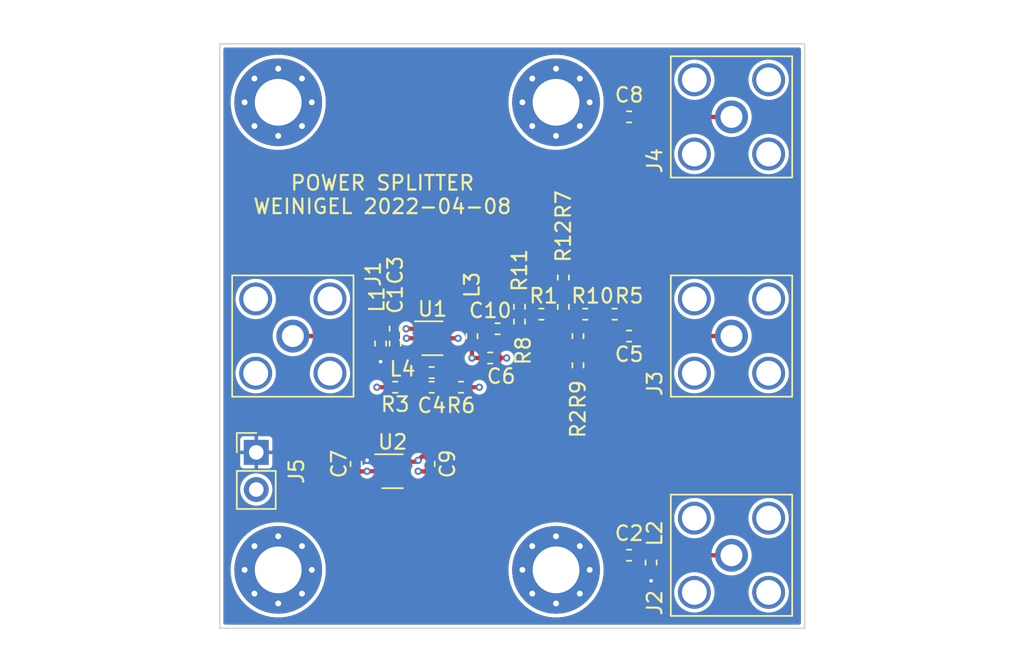
<source format=kicad_pcb>
(kicad_pcb (version 20211014) (generator pcbnew)
  (layers (0 "F.Cu" signal) (1 "In1.Cu" signal) (2 "In2.Cu" signal) (31 "B.Cu" signal) (34 "B.Paste" user) (35 "F.Paste" user) (36 "B.SilkS" user "B.Silkscreen") (37 "F.SilkS" user "F.Silkscreen") (38 "B.Mask" user) (39 "F.Mask" user) (44 "Edge.Cuts" user))
  (net 0 "")
  (net 1 "Net-(C1-Pad2)")
  (net 2 "Net-(C2-Pad1)")
  (net 3 "Net-(C2-Pad2)")
  (net 4 "Net-(C3-Pad1)")
  (net 5 "Net-(C5-Pad1)")
  (net 6 "Net-(C5-Pad2)")
  (net 7 "GND")
  (net 8 "VCC")
  (net 9 "Net-(C8-Pad1)")
  (net 10 "Net-(C8-Pad2)")
  (net 11 "Net-(C4-Pad2)")
  (net 12 "Net-(C1-Pad1)")
  (net 13 "Net-(C4-Pad1)")
  (net 14 "+3V0")
  (net 16 "Net-(C10-Pad1)")
  (net 17 "Net-(C10-Pad2)")
  (net 18 "Net-(R2-Pad1)")
  (net 19 "Net-(R1-Pad1)")
  (net 20 "Net-(R1-Pad2)")
  (net 21 "Net-(R10-Pad2)")
  (net 22 "Net-(R12-Pad2)")
  (footprint "Resistor_SMD:R_0402_1005Metric" (layer "F.Cu") (at 114.5 72.5)
    (fp_text reference "L4" (at -2 -0.25) (layer "F.SilkS"))
    (fp_text value "180nH" hide)
    (fp_line (start -0.153641 -0.38) (end 0.153641 -0.38) (layer "F.SilkS") (width 0.12))
    (fp_line (start -0.153641 0.38) (end 0.153641 0.38) (layer "F.SilkS") (width 0.12))
    (pad "1" smd roundrect (at -0.51 0) (size 0.54 0.64) (layers "F.Cu" "F.Paste" "F.Mask") (net 12 "Net-(C1-Pad1)"))
    (pad "2" smd roundrect (at 0.51 0) (size 0.54 0.64) (layers "F.Cu" "F.Paste" "F.Mask") (net 11 "Net-(C4-Pad2)"))
  )
  (footprint "Resistor_SMD:R_0402_1005Metric" (layer "F.Cu") (at 123.5 65.99 90)
    (fp_text reference "R7" (at 4.99 0 90) (layer "F.SilkS"))
    (fp_text value "15" hide)
    (fp_line (start -0.153641 0.38) (end 0.153641 0.38) (layer "F.SilkS") (width 0.12))
    (fp_line (start -0.153641 -0.38) (end 0.153641 -0.38) (layer "F.SilkS") (width 0.12))
    (pad "1" smd roundrect (at -0.51 0 90) (size 0.54 0.64) (layers "F.Cu" "F.Paste" "F.Mask") (net 22 "Net-(R12-Pad2)"))
    (pad "2" smd roundrect (at 0.51 0 90) (size 0.54 0.64) (layers "F.Cu" "F.Paste" "F.Mask") (net 10 "Net-(C8-Pad2)"))
  )
  (footprint "0_wingel:PLATED_HOLE_6MM_3.2MM" (layer "F.Cu") (at 123 86)
    (fp_text reference "H4" hide)
    (fp_text value "MountingHole_Pad" hide)
    (pad "1" thru_hole circle (at 1.626 -1.626) (size 0.8 0.8) (drill 0.4) (layers *.Cu *.Mask) (net 7 "GND"))
    (pad "1" thru_hole circle (at 2.3 0) (size 0.8 0.8) (drill 0.4) (layers *.Cu *.Mask) (net 7 "GND"))
    (pad "1" thru_hole circle (at -2.3 0) (size 0.8 0.8) (drill 0.4) (layers *.Cu *.Mask) (net 7 "GND"))
    (pad "1" thru_hole circle (at 1.626 1.626) (size 0.8 0.8) (drill 0.4) (layers *.Cu *.Mask) (net 7 "GND"))
    (pad "1" thru_hole circle (at 0 -2.3) (size 0.8 0.8) (drill 0.4) (layers *.Cu *.Mask) (net 7 "GND"))
    (pad "1" thru_hole circle (at -1.626 1.626) (size 0.8 0.8) (drill 0.4) (layers *.Cu *.Mask) (net 7 "GND"))
    (pad "1" thru_hole circle (at -1.626 -1.626) (size 0.8 0.8) (drill 0.4) (layers *.Cu *.Mask) (net 7 "GND"))
    (pad "1" thru_hole circle (at 0 0) (size 6 6) (drill 3.2) (layers *.Cu *.Mask) (net 7 "GND"))
    (pad "1" thru_hole circle (at 0 2.3) (size 0.8 0.8) (drill 0.4) (layers *.Cu *.Mask) (net 7 "GND"))
  )
  (footprint "Resistor_SMD:R_0402_1005Metric" (layer "F.Cu") (at 125 68.5)
    (fp_text reference "R10" (at 0.5 -1.25) (layer "F.SilkS"))
    (fp_text value "10")
    (fp_line (start -0.153641 -0.38) (end 0.153641 -0.38) (layer "F.SilkS") (width 0.12))
    (fp_line (start -0.153641 0.38) (end 0.153641 0.38) (layer "F.SilkS") (width 0.12))
    (pad "1" smd roundrect (at -0.51 0) (size 0.54 0.64) (layers "F.Cu" "F.Paste" "F.Mask") (net 20 "Net-(R1-Pad2)"))
    (pad "2" smd roundrect (at 0.51 0) (size 0.54 0.64) (layers "F.Cu" "F.Paste" "F.Mask") (net 21 "Net-(R10-Pad2)"))
  )
  (footprint "Resistor_SMD:R_0402_1005Metric" (layer "F.Cu") (at 122 68.5)
    (fp_text reference "R1" (at 0.153641 -1.25) (layer "F.SilkS"))
    (fp_text value "10" hide)
    (fp_line (start -0.153641 0.38) (end 0.153641 0.38) (layer "F.SilkS") (width 0.12))
    (fp_line (start -0.153641 -0.38) (end 0.153641 -0.38) (layer "F.SilkS") (width 0.12))
    (pad "1" smd roundrect (at -0.51 0) (size 0.54 0.64) (layers "F.Cu" "F.Paste" "F.Mask") (net 19 "Net-(R1-Pad1)"))
    (pad "2" smd roundrect (at 0.51 0) (size 0.54 0.64) (layers "F.Cu" "F.Paste" "F.Mask") (net 20 "Net-(R1-Pad2)"))
  )
  (footprint "Resistor_SMD:R_0402_1005Metric" (layer "F.Cu") (at 111 70.51 90)
    (fp_text reference "L1" (at 3.01 -0.25 90) (layer "F.SilkS"))
    (fp_text value "180nH" hide)
    (fp_line (start -0.153641 0.38) (end 0.153641 0.38) (layer "F.SilkS") (width 0.12))
    (fp_line (start -0.153641 -0.38) (end 0.153641 -0.38) (layer "F.SilkS") (width 0.12))
    (pad "1" smd roundrect (at -0.51 0 90) (size 0.54 0.64) (layers "F.Cu" "F.Paste" "F.Mask") (net 8 "VCC"))
    (pad "2" smd roundrect (at 0.51 0 90) (size 0.54 0.64) (layers "F.Cu" "F.Paste" "F.Mask") (net 1 "Net-(C1-Pad2)"))
  )
  (footprint "0_wingel:PLATED_HOLE_6MM_3.2MM" (layer "F.Cu") (at 104 86)
    (fp_text reference "H2" hide)
    (fp_text value "MountingHole_Pad" hide)
    (pad "1" thru_hole circle (at -1.626 1.626) (size 0.8 0.8) (drill 0.4) (layers *.Cu *.Mask) (net 7 "GND"))
    (pad "1" thru_hole circle (at -2.3 0) (size 0.8 0.8) (drill 0.4) (layers *.Cu *.Mask) (net 7 "GND"))
    (pad "1" thru_hole circle (at -1.626 -1.626) (size 0.8 0.8) (drill 0.4) (layers *.Cu *.Mask) (net 7 "GND"))
    (pad "1" thru_hole circle (at 0 2.3) (size 0.8 0.8) (drill 0.4) (layers *.Cu *.Mask) (net 7 "GND"))
    (pad "1" thru_hole circle (at 1.626 1.626) (size 0.8 0.8) (drill 0.4) (layers *.Cu *.Mask) (net 7 "GND"))
    (pad "1" thru_hole circle (at 0 -2.3) (size 0.8 0.8) (drill 0.4) (layers *.Cu *.Mask) (net 7 "GND"))
    (pad "1" thru_hole circle (at 2.3 0) (size 0.8 0.8) (drill 0.4) (layers *.Cu *.Mask) (net 7 "GND"))
    (pad "1" thru_hole circle (at 0 0) (size 6 6) (drill 3.2) (layers *.Cu *.Mask) (net 7 "GND"))
    (pad "1" thru_hole circle (at 1.626 -1.626) (size 0.8 0.8) (drill 0.4) (layers *.Cu *.Mask) (net 7 "GND"))
  )
  (footprint "Resistor_SMD:R_0402_1005Metric" (layer "F.Cu") (at 124.5 70 -90)
    (fp_text reference "R9" (at 4 0 90) (layer "F.SilkS"))
    (fp_text value "10")
    (fp_line (start -0.153641 0.38) (end 0.153641 0.38) (layer "F.SilkS") (width 0.12))
    (fp_line (start -0.153641 -0.38) (end 0.153641 -0.38) (layer "F.SilkS") (width 0.12))
    (pad "1" smd roundrect (at -0.51 0 270) (size 0.54 0.64) (layers "F.Cu" "F.Paste" "F.Mask") (net 20 "Net-(R1-Pad2)"))
    (pad "2" smd roundrect (at 0.51 0 270) (size 0.54 0.64) (layers "F.Cu" "F.Paste" "F.Mask") (net 18 "Net-(R2-Pad1)"))
  )
  (footprint "Resistor_SMD:R_0402_1005Metric" (layer "F.Cu") (at 128 55 180)
    (fp_text reference "C8" (at 0 1.5) (layer "F.SilkS"))
    (fp_text value "100p" hide)
    (fp_line (start -0.153641 -0.38) (end 0.153641 -0.38) (layer "F.SilkS") (width 0.12))
    (fp_line (start -0.153641 0.38) (end 0.153641 0.38) (layer "F.SilkS") (width 0.12))
    (pad "1" smd roundrect (at -0.51 0 180) (size 0.54 0.64) (layers "F.Cu" "F.Paste" "F.Mask") (net 9 "Net-(C8-Pad1)"))
    (pad "2" smd roundrect (at 0.51 0 180) (size 0.54 0.64) (layers "F.Cu" "F.Paste" "F.Mask") (net 10 "Net-(C8-Pad2)"))
  )
  (footprint "Resistor_SMD:R_0402_1005Metric" (layer "F.Cu") (at 128 70 180)
    (fp_text reference "C5" (at 0 -1.25) (layer "F.SilkS"))
    (fp_text value "100p" hide)
    (fp_line (start -0.153641 0.38) (end 0.153641 0.38) (layer "F.SilkS") (width 0.12))
    (fp_line (start -0.153641 -0.38) (end 0.153641 -0.38) (layer "F.SilkS") (width 0.12))
    (pad "1" smd roundrect (at -0.51 0 180) (size 0.54 0.64) (layers "F.Cu" "F.Paste" "F.Mask") (net 5 "Net-(C5-Pad1)"))
    (pad "2" smd roundrect (at 0.51 0 180) (size 0.54 0.64) (layers "F.Cu" "F.Paste" "F.Mask") (net 6 "Net-(C5-Pad2)"))
  )
  (footprint "Connector_Coaxial:SMA_Amphenol_132203-12_Horizontal" (layer "F.Cu") (at 105 70 90)
    (fp_text reference "J1" (at 4.25 5.5 90) (layer "F.SilkS"))
    (fp_text value "Conn_Coaxial" hide)
    (fp_line (start -4.15 4.15) (end 4.15 4.15) (layer "F.SilkS") (width 0.12))
    (fp_line (start -4.15 -4.15) (end 4.15 -4.15) (layer "F.SilkS") (width 0.12))
    (fp_line (start 4.15 -4.15) (end 4.15 4.15) (layer "F.SilkS") (width 0.12))
    (fp_line (start -4.15 -4.15) (end -4.15 4.15) (layer "F.SilkS") (width 0.12))
    (pad "1" thru_hole circle (at 0 0 90) (size 2.25 2.25) (drill 1.5) (layers *.Cu *.Mask) (net 1 "Net-(C1-Pad2)"))
    (pad "2" thru_hole circle (at 2.54 -2.54 90) (size 2.25 2.25) (drill 1.7) (layers *.Cu *.Mask) (net 7 "GND"))
    (pad "2" thru_hole circle (at 2.54 2.54 180) (size 2.25 2.25) (drill 1.7) (layers *.Cu *.Mask) (net 7 "GND"))
    (pad "2" thru_hole circle (at -2.54 -2.54 90) (size 2.25 2.25) (drill 1.7) (layers *.Cu *.Mask) (net 7 "GND"))
    (pad "2" thru_hole circle (at -2.54 2.54 90) (size 2.25 2.25) (drill 1.7) (layers *.Cu *.Mask) (net 7 "GND"))
  )
  (footprint "Resistor_SMD:R_0402_1005Metric" (layer "F.Cu") (at 119 69.5 180)
    (fp_text reference "C10" (at 0.5 1.25) (layer "F.SilkS"))
    (fp_text value "100p" hide)
    (fp_line (start -0.153641 -0.38) (end 0.153641 -0.38) (layer "F.SilkS") (width 0.12))
    (fp_line (start -0.153641 0.38) (end 0.153641 0.38) (layer "F.SilkS") (width 0.12))
    (pad "1" smd roundrect (at -0.51 0 180) (size 0.54 0.64) (layers "F.Cu" "F.Paste" "F.Mask") (net 16 "Net-(C10-Pad1)"))
    (pad "2" smd roundrect (at 0.51 0 180) (size 0.54 0.64) (layers "F.Cu" "F.Paste" "F.Mask") (net 17 "Net-(C10-Pad2)"))
  )
  (footprint "Resistor_SMD:R_0402_1005Metric" (layer "F.Cu") (at 128 85 180)
    (fp_text reference "C2" (at 0 1.5) (layer "F.SilkS"))
    (fp_text value "100p" hide)
    (fp_line (start -0.153641 0.38) (end 0.153641 0.38) (layer "F.SilkS") (width 0.12))
    (fp_line (start -0.153641 -0.38) (end 0.153641 -0.38) (layer "F.SilkS") (width 0.12))
    (pad "1" smd roundrect (at -0.51 0 180) (size 0.54 0.64) (layers "F.Cu" "F.Paste" "F.Mask") (net 2 "Net-(C2-Pad1)"))
    (pad "2" smd roundrect (at 0.51 0 180) (size 0.54 0.64) (layers "F.Cu" "F.Paste" "F.Mask") (net 3 "Net-(C2-Pad2)"))
  )
  (footprint "Connector_PinHeader_2.54mm:PinHeader_1x02_P2.54mm_Vertical" (layer "F.Cu") (at 102.5 77.96)
    (fp_text reference "J5" (at 2.75 1.29 90) (layer "F.SilkS"))
    (fp_text value "Conn_01x02")
    (fp_line (start -1.33 -1.33) (end 0 -1.33) (layer "F.SilkS") (width 0.12))
    (fp_line (start 1.33 1.27) (end 1.33 3.87) (layer "F.SilkS") (width 0.12))
    (fp_line (start -1.33 0) (end -1.33 -1.33) (layer "F.SilkS") (width 0.12))
    (fp_line (start -1.33 1.27) (end 1.33 1.27) (layer "F.SilkS") (width 0.12))
    (fp_line (start -1.33 3.87) (end 1.33 3.87) (layer "F.SilkS") (width 0.12))
    (fp_line (start -1.33 1.27) (end -1.33 3.87) (layer "F.SilkS") (width 0.12))
    (pad "1" thru_hole rect (at 0 0) (size 1.7 1.7) (drill 1) (layers *.Cu *.Mask) (net 8 "VCC"))
    (pad "2" thru_hole oval (at 0 2.54) (size 1.7 1.7) (drill 1) (layers *.Cu *.Mask) (net 7 "GND"))
  )
  (footprint "Connector_Coaxial:SMA_Amphenol_132203-12_Horizontal" (layer "F.Cu") (at 135 55 -90)
    (fp_text reference "J4" (at 3 5.25 90) (layer "F.SilkS"))
    (fp_text value "Conn_Coaxial" hide)
    (fp_line (start -4.15 -4.15) (end -4.15 4.15) (layer "F.SilkS") (width 0.12))
    (fp_line (start -4.15 4.15) (end 4.15 4.15) (layer "F.SilkS") (width 0.12))
    (fp_line (start 4.15 -4.15) (end 4.15 4.15) (layer "F.SilkS") (width 0.12))
    (fp_line (start -4.15 -4.15) (end 4.15 -4.15) (layer "F.SilkS") (width 0.12))
    (pad "1" thru_hole circle (at 0 0 270) (size 2.25 2.25) (drill 1.5) (layers *.Cu *.Mask) (net 9 "Net-(C8-Pad1)"))
    (pad "2" thru_hole circle (at 2.54 2.54) (size 2.25 2.25) (drill 1.7) (layers *.Cu *.Mask) (net 7 "GND"))
    (pad "2" thru_hole circle (at -2.54 -2.54 270) (size 2.25 2.25) (drill 1.7) (layers *.Cu *.Mask) (net 7 "GND"))
    (pad "2" thru_hole circle (at 2.54 -2.54 270) (size 2.25 2.25) (drill 1.7) (layers *.Cu *.Mask) (net 7 "GND"))
    (pad "2" thru_hole circle (at -2.54 2.54 270) (size 2.25 2.25) (drill 1.7) (layers *.Cu *.Mask) (net 7 "GND"))
  )
  (footprint "Package_TO_SOT_SMD:SOT-363_SC-70-6" (layer "F.Cu") (at 114.55 70.15)
    (fp_text reference "U1" (at 0 -2) (layer "F.SilkS"))
    (fp_text value "PSA5451+/PSA5453+" hide)
    (fp_line (start -0.7 1.16) (end 0.7 1.16) (layer "F.SilkS") (width 0.12))
    (fp_line (start 0.7 -1.16) (end -1.2 -1.16) (layer "F.SilkS") (width 0.12))
    (pad "1" smd rect (at -0.95 -0.65) (size 0.65 0.4) (layers "F.Cu" "F.Paste" "F.Mask") (net 7 "GND"))
    (pad "2" smd rect (at -0.95 0) (size 0.65 0.4) (layers "F.Cu" "F.Paste" "F.Mask") (net 7 "GND"))
    (pad "3" smd rect (at -0.95 0.65) (size 0.65 0.4) (layers "F.Cu" "F.Paste" "F.Mask") (net 12 "Net-(C1-Pad1)"))
    (pad "4" smd rect (at 0.95 0.65) (size 0.65 0.4) (layers "F.Cu" "F.Paste" "F.Mask") (net 11 "Net-(C4-Pad2)"))
    (pad "5" smd rect (at 0.95 0) (size 0.65 0.4) (layers "F.Cu" "F.Paste" "F.Mask") (net 7 "GND"))
    (pad "6" smd rect (at 0.95 -0.65) (size 0.65 0.4) (layers "F.Cu" "F.Paste" "F.Mask") (net 17 "Net-(C10-Pad2)"))
  )
  (footprint "Resistor_SMD:R_0402_1005Metric" (layer "F.Cu") (at 112 69.49 -90)
    (fp_text reference "C3" (at -3.99 0 90) (layer "F.SilkS"))
    (fp_text value "100p NF" hide)
    (fp_line (start -0.153641 -0.38) (end 0.153641 -0.38) (layer "F.SilkS") (width 0.12))
    (fp_line (start -0.153641 0.38) (end 0.153641 0.38) (layer "F.SilkS") (width 0.12))
    (pad "1" smd roundrect (at -0.51 0 270) (size 0.54 0.64) (layers "F.Cu" "F.Paste" "F.Mask") (net 4 "Net-(C3-Pad1)"))
    (pad "2" smd roundrect (at 0.51 0 270) (size 0.54 0.64) (layers "F.Cu" "F.Paste" "F.Mask") (net 1 "Net-(C1-Pad2)"))
  )
  (footprint "Resistor_SMD:R_0402_1005Metric" (layer "F.Cu") (at 116.5 73.5 180)
    (fp_text reference "R6" (at 0 -1.25) (layer "F.SilkS"))
    (fp_text value "1.5k" hide)
    (fp_line (start -0.153641 -0.38) (end 0.153641 -0.38) (layer "F.SilkS") (width 0.12))
    (fp_line (start -0.153641 0.38) (end 0.153641 0.38) (layer "F.SilkS") (width 0.12))
    (pad "1" smd roundrect (at -0.51 0 180) (size 0.54 0.64) (layers "F.Cu" "F.Paste" "F.Mask") (net 14 "+3V0"))
    (pad "2" smd roundrect (at 0.51 0 180) (size 0.54 0.64) (layers "F.Cu" "F.Paste" "F.Mask") (net 11 "Net-(C4-Pad2)"))
  )
  (footprint "Resistor_SMD:R_0402_1005Metric" (layer "F.Cu") (at 114.5 73.5)
    (fp_text reference "C4" (at 0 1.25) (layer "F.SilkS"))
    (fp_text value "10p" hide)
    (fp_line (start -0.153641 0.38) (end 0.153641 0.38) (layer "F.SilkS") (width 0.12))
    (fp_line (start -0.153641 -0.38) (end 0.153641 -0.38) (layer "F.SilkS") (width 0.12))
    (pad "1" smd roundrect (at -0.51 0) (size 0.54 0.64) (layers "F.Cu" "F.Paste" "F.Mask") (net 13 "Net-(C4-Pad1)"))
    (pad "2" smd roundrect (at 0.51 0) (size 0.54 0.64) (layers "F.Cu" "F.Paste" "F.Mask") (net 11 "Net-(C4-Pad2)"))
  )
  (footprint "Connector_Coaxial:SMA_Amphenol_132203-12_Horizontal" (layer "F.Cu") (at 135 85 -90)
    (fp_text reference "J2" (at 3.25 5.25 90) (layer "F.SilkS"))
    (fp_text value "Conn_Coaxial" hide)
    (fp_line (start -4.15 -4.15) (end -4.15 4.15) (layer "F.SilkS") (width 0.12))
    (fp_line (start -4.15 -4.15) (end 4.15 -4.15) (layer "F.SilkS") (width 0.12))
    (fp_line (start 4.15 -4.15) (end 4.15 4.15) (layer "F.SilkS") (width 0.12))
    (fp_line (start -4.15 4.15) (end 4.15 4.15) (layer "F.SilkS") (width 0.12))
    (pad "1" thru_hole circle (at 0 0 270) (size 2.25 2.25) (drill 1.5) (layers *.Cu *.Mask) (net 2 "Net-(C2-Pad1)"))
    (pad "2" thru_hole circle (at 2.54 -2.54 270) (size 2.25 2.25) (drill 1.7) (layers *.Cu *.Mask) (net 7 "GND"))
    (pad "2" thru_hole circle (at -2.54 -2.54 270) (size 2.25 2.25) (drill 1.7) (layers *.Cu *.Mask) (net 7 "GND"))
    (pad "2" thru_hole circle (at -2.54 2.54 270) (size 2.25 2.25) (drill 1.7) (layers *.Cu *.Mask) (net 7 "GND"))
    (pad "2" thru_hole circle (at 2.54 2.54) (size 2.25 2.25) (drill 1.7) (layers *.Cu *.Mask) (net 7 "GND"))
  )
  (footprint "0_wingel:PLATED_HOLE_6MM_3.2MM" (layer "F.Cu") (at 104 54)
    (fp_text reference "H1" hide)
    (fp_text value "MountingHole_Pad" hide)
    (pad "1" thru_hole circle (at 0 0) (size 6 6) (drill 3.2) (layers *.Cu *.Mask) (net 7 "GND"))
    (pad "1" thru_hole circle (at -1.626 -1.626) (size 0.8 0.8) (drill 0.4) (layers *.Cu *.Mask) (net 7 "GND"))
    (pad "1" thru_hole circle (at 2.3 0) (size 0.8 0.8) (drill 0.4) (layers *.Cu *.Mask) (net 7 "GND"))
    (pad "1" thru_hole circle (at -2.3 0) (size 0.8 0.8) (drill 0.4) (layers *.Cu *.Mask) (net 7 "GND"))
    (pad "1" thru_hole circle (at 0 2.3) (size 0.8 0.8) (drill 0.4) (layers *.Cu *.Mask) (net 7 "GND"))
    (pad "1" thru_hole circle (at 1.626 1.626) (size 0.8 0.8) (drill 0.4) (layers *.Cu *.Mask) (net 7 "GND"))
    (pad "1" thru_hole circle (at 0 -2.3) (size 0.8 0.8) (drill 0.4) (layers *.Cu *.Mask) (net 7 "GND"))
    (pad "1" thru_hole circle (at -1.626 1.626) (size 0.8 0.8) (drill 0.4) (layers *.Cu *.Mask) (net 7 "GND"))
    (pad "1" thru_hole circle (at 1.626 -1.626) (size 0.8 0.8) (drill 0.4) (layers *.Cu *.Mask) (net 7 "GND"))
  )
  (footprint "Resistor_SMD:R_0402_1005Metric" (layer "F.Cu") (at 124.5 72 -90)
    (fp_text reference "R2" (at 4 0 90) (layer "F.SilkS"))
    (fp_text value "15" hide)
    (fp_line (start -0.153641 -0.38) (end 0.153641 -0.38) (layer "F.SilkS") (width 0.12))
    (fp_line (start -0.153641 0.38) (end 0.153641 0.38) (layer "F.SilkS") (width 0.12))
    (pad "1" smd roundrect (at -0.51 0 270) (size 0.54 0.64) (layers "F.Cu" "F.Paste" "F.Mask") (net 18 "Net-(R2-Pad1)"))
    (pad "2" smd roundrect (at 0.51 0 270) (size 0.54 0.64) (layers "F.Cu" "F.Paste" "F.Mask") (net 3 "Net-(C2-Pad2)"))
  )
  (footprint "Resistor_SMD:R_0402_1005Metric" (layer "F.Cu") (at 117.25 70.01 90)
    (fp_text reference "L3" (at 3.51 0 90) (layer "F.SilkS"))
    (fp_text value "180nH" hide)
    (fp_line (start -0.153641 0.38) (end 0.153641 0.38) (layer "F.SilkS") (width 0.12))
    (fp_line (start -0.153641 -0.38) (end 0.153641 -0.38) (layer "F.SilkS") (width 0.12))
    (pad "1" smd roundrect (at -0.51 0 90) (size 0.54 0.64) (layers "F.Cu" "F.Paste" "F.Mask") (net 14 "+3V0"))
    (pad "2" smd roundrect (at 0.51 0 90) (size 0.54 0.64) (layers "F.Cu" "F.Paste" "F.Mask") (net 17 "Net-(C10-Pad2)"))
  )
  (footprint "0_wingel:PLATED_HOLE_6MM_3.2MM" (layer "F.Cu") (at 123 54)
    (fp_text reference "H3" hide)
    (fp_text value "MountingHole_Pad" hide)
    (pad "1" thru_hole circle (at -2.3 0) (size 0.8 0.8) (drill 0.4) (layers *.Cu *.Mask) (net 7 "GND"))
    (pad "1" thru_hole circle (at 0 2.3) (size 0.8 0.8) (drill 0.4) (layers *.Cu *.Mask) (net 7 "GND"))
    (pad "1" thru_hole circle (at 1.626 -1.626) (size 0.8 0.8) (drill 0.4) (layers *.Cu *.Mask) (net 7 "GND"))
    (pad "1" thru_hole circle (at -1.626 1.626) (size 0.8 0.8) (drill 0.4) (layers *.Cu *.Mask) (net 7 "GND"))
    (pad "1" thru_hole circle (at 2.3 0) (size 0.8 0.8) (drill 0.4) (layers *.Cu *.Mask) (net 7 "GND"))
    (pad "1" thru_hole circle (at 1.626 1.626) (size 0.8 0.8) (drill 0.4) (layers *.Cu *.Mask) (net 7 "GND"))
    (pad "1" thru_hole circle (at -1.626 -1.626) (size 0.8 0.8) (drill 0.4) (layers *.Cu *.Mask) (net 7 "GND"))
    (pad "1" thru_hole circle (at 0 0) (size 6 6) (drill 3.2) (layers *.Cu *.Mask) (net 7 "GND"))
    (pad "1" thru_hole circle (at 0 -2.3) (size 0.8 0.8) (drill 0.4) (layers *.Cu *.Mask) (net 7 "GND"))
  )
  (footprint "Resistor_SMD:R_0402_1005Metric" (layer "F.Cu") (at 123.5 68 90)
    (fp_text reference "R12" (at 4.5 0 90) (layer "F.SilkS"))
    (fp_text value "10")
    (fp_line (start -0.153641 -0.38) (end 0.153641 -0.38) (layer "F.SilkS") (width 0.12))
    (fp_line (start -0.153641 0.38) (end 0.153641 0.38) (layer "F.SilkS") (width 0.12))
    (pad "1" smd roundrect (at -0.51 0 90) (size 0.54 0.64) (layers "F.Cu" "F.Paste" "F.Mask") (net 20 "Net-(R1-Pad2)"))
    (pad "2" smd roundrect (at 0.51 0 90) (size 0.54 0.64) (layers "F.Cu" "F.Paste" "F.Mask") (net 22 "Net-(R12-Pad2)"))
  )
  (footprint "Resistor_SMD:R_0402_1005Metric" (layer "F.Cu") (at 112 70.51 90)
    (fp_text reference "C1" (at 3.01 0 90) (layer "F.SilkS"))
    (fp_text value "0.1u" hide)
    (fp_line (start -0.153641 0.38) (end 0.153641 0.38) (layer "F.SilkS") (width 0.12))
    (fp_line (start -0.153641 -0.38) (end 0.153641 -0.38) (layer "F.SilkS") (width 0.12))
    (pad "1" smd roundrect (at -0.51 0 90) (size 0.54 0.64) (layers "F.Cu" "F.Paste" "F.Mask") (net 12 "Net-(C1-Pad1)"))
    (pad "2" smd roundrect (at 0.51 0 90) (size 0.54 0.64) (layers "F.Cu" "F.Paste" "F.Mask") (net 1 "Net-(C1-Pad2)"))
  )
  (footprint "Resistor_SMD:R_0402_1005Metric" (layer "F.Cu") (at 120.5 67.99 -90)
    (fp_text reference "R11" (at -2.49 0 90) (layer "F.SilkS"))
    (fp_text value "15 NF")
    (fp_line (start -0.153641 0.38) (end 0.153641 0.38) (layer "F.SilkS") (width 0.12))
    (fp_line (start -0.153641 -0.38) (end 0.153641 -0.38) (layer "F.SilkS") (width 0.12))
    (pad "1" smd roundrect (at -0.51 0 270) (size 0.54 0.64) (layers "F.Cu" "F.Paste" "F.Mask") (net 4 "Net-(C3-Pad1)"))
    (pad "2" smd roundrect (at 0.51 0 270) (size 0.54 0.64) (layers "F.Cu" "F.Paste" "F.Mask") (net 19 "Net-(R1-Pad1)"))
  )
  (footprint "Package_TO_SOT_SMD:SOT-353_SC-70-5" (layer "F.Cu") (at 111.825489 79.25)
    (fp_text reference "U2" (at 0 -2) (layer "F.SilkS"))
    (fp_text value "MIC5365-3.0YC5" hide)
    (fp_line (start 0.7 -1.16) (end -1.2 -1.16) (layer "F.SilkS") (width 0.12))
    (fp_line (start -0.7 1.16) (end 0.7 1.16) (layer "F.SilkS") (width 0.12))
    (pad "1" smd rect (at -0.95 -0.65) (size 0.65 0.4) (layers "F.Cu" "F.Paste" "F.Mask") (net 8 "VCC"))
    (pad "2" smd rect (at -0.95 0) (size 0.65 0.4) (layers "F.Cu" "F.Paste" "F.Mask") (net 7 "GND"))
    (pad "3" smd rect (at -0.95 0.65) (size 0.65 0.4) (layers "F.Cu" "F.Paste" "F.Mask") (net 8 "VCC"))
    (pad "4" smd rect (at 0.95 0.65) (size 0.65 0.4) (layers "F.Cu" "F.Paste" "F.Mask"))
    (pad "5" smd rect (at 0.95 -0.65) (size 0.65 0.4) (layers "F.Cu" "F.Paste" "F.Mask") (net 14 "+3V0"))
  )
  (footprint "Resistor_SMD:R_0402_1005Metric" (layer "F.Cu") (at 127.01 68.5)
    (fp_text reference "R5" (at 0.99 -1.25) (layer "F.SilkS"))
    (fp_text value "15" hide)
    (fp_line (start -0.153641 -0.38) (end 0.153641 -0.38) (layer "F.SilkS") (width 0.12))
    (fp_line (start -0.153641 0.38) (end 0.153641 0.38) (layer "F.SilkS") (width 0.12))
    (pad "1" smd roundrect (at -0.51 0) (size 0.54 0.64) (layers "F.Cu" "F.Paste" "F.Mask") (net 21 "Net-(R10-Pad2)"))
    (pad "2" smd roundrect (at 0.51 0) (size 0.54 0.64) (layers "F.Cu" "F.Paste" "F.Mask") (net 6 "Net-(C5-Pad2)"))
  )
  (footprint "Resistor_SMD:R_0402_1005Metric" (layer "F.Cu") (at 120.5 69.01 90)
    (fp_text reference "R8" (at -1.99 0.25 90) (layer "F.SilkS"))
    (fp_text value "15")
    (fp_line (start -0.153641 0.38) (end 0.153641 0.38) (layer "F.SilkS") (width 0.12))
    (fp_line (start -0.153641 -0.38) (end 0.153641 -0.38) (layer "F.SilkS") (width 0.12))
    (pad "1" smd roundrect (at -0.51 0 90) (size 0.54 0.64) (layers "F.Cu" "F.Paste" "F.Mask") (net 16 "Net-(C10-Pad1)"))
    (pad "2" smd roundrect (at 0.51 0 90) (size 0.54 0.64) (layers "F.Cu" "F.Paste" "F.Mask") (net 19 "Net-(R1-Pad1)"))
  )
  (footprint "Resistor_SMD:R_0402_1005Metric" (layer "F.Cu") (at 129.5 85.5 90)
    (fp_text reference "L2" (at 2 0.25 90) (layer "F.SilkS"))
    (fp_text value "180nH" hide)
    (fp_line (start -0.153641 -0.38) (end 0.153641 -0.38) (layer "F.SilkS") (width 0.12))
    (fp_line (start -0.153641 0.38) (end 0.153641 0.38) (layer "F.SilkS") (width 0.12))
    (pad "1" smd roundrect (at -0.51 0 90) (size 0.54 0.64) (layers "F.Cu" "F.Paste" "F.Mask") (net 8 "VCC"))
    (pad "2" smd roundrect (at 0.51 0 90) (size 0.54 0.64) (layers "F.Cu" "F.Paste" "F.Mask") (net 2 "Net-(C2-Pad1)"))
  )
  (footprint "Connector_Coaxial:SMA_Amphenol_132203-12_Horizontal" (layer "F.Cu") (at 135 70 -90)
    (fp_text reference "J3" (at 3.25 5.25 90) (layer "F.SilkS"))
    (fp_text value "Conn_Coaxial" hide)
    (fp_line (start -4.15 -4.15) (end -4.15 4.15) (layer "F.SilkS") (width 0.12))
    (fp_line (start -4.15 -4.15) (end 4.15 -4.15) (layer "F.SilkS") (width 0.12))
    (fp_line (start 4.15 -4.15) (end 4.15 4.15) (layer "F.SilkS") (width 0.12))
    (fp_line (start -4.15 4.15) (end 4.15 4.15) (layer "F.SilkS") (width 0.12))
    (pad "1" thru_hole circle (at 0 0 270) (size 2.25 2.25) (drill 1.5) (layers *.Cu *.Mask) (net 5 "Net-(C5-Pad1)"))
    (pad "2" thru_hole circle (at -2.54 -2.54 270) (size 2.25 2.25) (drill 1.7) (layers *.Cu *.Mask) (net 7 "GND"))
    (pad "2" thru_hole circle (at 2.54 2.54) (size 2.25 2.25) (drill 1.7) (layers *.Cu *.Mask) (net 7 "GND"))
    (pad "2" thru_hole circle (at 2.54 -2.54 270) (size 2.25 2.25) (drill 1.7) (layers *.Cu *.Mask) (net 7 "GND"))
    (pad "2" thru_hole circle (at -2.54 2.54 270) (size 2.25 2.25) (drill 1.7) (layers *.Cu *.Mask) (net 7 "GND"))
  )
  (footprint "Resistor_SMD:R_0402_1005Metric" (layer "F.Cu") (at 109.325489 78.75 90)
    (fp_text reference "C7" (at 0 -1.17 90) (layer "F.SilkS"))
    (fp_text value "1u")
    (fp_line (start -0.153641 -0.38) (end 0.153641 -0.38) (layer "F.SilkS") (width 0.12))
    (fp_line (start -0.153641 0.38) (end 0.153641 0.38) (layer "F.SilkS") (width 0.12))
    (pad "1" smd roundrect (at -0.51 0 90) (size 0.54 0.64) (layers "F.Cu" "F.Paste" "F.Mask") (net 7 "GND"))
    (pad "2" smd roundrect (at 0.51 0 90) (size 0.54 0.64) (layers "F.Cu" "F.Paste" "F.Mask") (net 8 "VCC"))
  )
  (footprint "Resistor_SMD:R_0402_1005Metric" (layer "F.Cu") (at 118.5 71.5 180)
    (fp_text reference "C6" (at -0.75 -1.25) (layer "F.SilkS"))
    (fp_text value "0.1u" hide)
    (fp_line (start -0.153641 0.38) (end 0.153641 0.38) (layer "F.SilkS") (width 0.12))
    (fp_line (start -0.153641 -0.38) (end 0.153641 -0.38) (layer "F.SilkS") (width 0.12))
    (pad "1" smd roundrect (at -0.51 0 180) (size 0.54 0.64) (layers "F.Cu" "F.Paste" "F.Mask") (net 7 "GND"))
    (pad "2" smd roundrect (at 0.51 0 180) (size 0.54 0.64) (layers "F.Cu" "F.Paste" "F.Mask") (net 14 "+3V0"))
  )
  (footprint "Resistor_SMD:R_0402_1005Metric" (layer "F.Cu") (at 114.325489 78.75 90)
    (fp_text reference "C9" (at 0 1.25 90) (layer "F.SilkS"))
    (fp_text value "1u")
    (fp_line (start -0.153641 -0.38) (end 0.153641 -0.38) (layer "F.SilkS") (width 0.12))
    (fp_line (start -0.153641 0.38) (end 0.153641 0.38) (layer "F.SilkS") (width 0.12))
    (pad "1" smd roundrect (at -0.51 0 90) (size 0.54 0.64) (layers "F.Cu" "F.Paste" "F.Mask") (net 7 "GND"))
    (pad "2" smd roundrect (at 0.51 0 90) (size 0.54 0.64) (layers "F.Cu" "F.Paste" "F.Mask") (net 14 "+3V0"))
  )
  (footprint "Resistor_SMD:R_0402_1005Metric" (layer "F.Cu") (at 112 73.5 180)
    (fp_text reference "R3" (at 0 -1.17) (layer "F.SilkS"))
    (fp_text value "49.9" hide)
    (fp_line (start -0.153641 -0.38) (end 0.153641 -0.38) (layer "F.SilkS") (width 0.12))
    (fp_line (start -0.153641 0.38) (end 0.153641 0.38) (layer "F.SilkS") (width 0.12))
    (pad "1" smd roundrect (at -0.51 0 180) (size 0.54 0.64) (layers "F.Cu" "F.Paste" "F.Mask") (net 13 "Net-(C4-Pad1)"))
    (pad "2" smd roundrect (at 0.51 0 180) (size 0.54 0.64) (layers "F.Cu" "F.Paste" "F.Mask") (net 7 "GND"))
  )
  (gr_line (start 100 90) (end 100 50) (layer "Edge.Cuts") (width 0.1))
  (gr_line (start 100 50) (end 140 50) (layer "Edge.Cuts") (width 0.1))
  (gr_line (start 140 50) (end 140 90) (layer "Edge.Cuts") (width 0.1))
  (gr_line (start 140 90) (end 100 90) (layer "Edge.Cuts") (width 0.1))
  (gr_text "POWER SPLITTER\nWEINIGEL 2022-04-08" (at 111.125 60.325) (layer "F.SilkS") (effects (font (size 1 1))))
  (segment (start 112 70) (end 111 70) (width 0.29337) (layer "F.Cu") (net 1))
  (segment (start 111 70) (end 105 70) (width 0.29337) (layer "F.Cu") (net 1))
  (segment (start 128.51 85) (end 135 85) (width 0.29337) (layer "F.Cu") (net 2))
  (segment (start 124.5 72.51) (end 127.49 75.5) (width 0.29337) (layer "F.Cu") (net 3))
  (segment (start 127.49 75.5) (end 127.49 85) (width 0.29337) (layer "F.Cu") (net 3))
  (segment (start 112 68.98) (end 113.48 67.5) (width 0.29337) (layer "F.Cu") (net 4))
  (segment (start 113.48 67.5) (end 120.49 67.5) (width 0.29337) (layer "F.Cu") (net 4))
  (segment (start 135 70) (end 128.51 70) (width 0.29337) (layer "F.Cu") (net 5))
  (segment (start 127.52 69.97) (end 127.49 70) (width 0.29337) (layer "F.Cu") (net 6))
  (segment (start 127.52 68.5) (end 127.52 69.97) (width 0.29337) (layer "F.Cu") (net 6))
  (segment (start 110.875489 79.25) (end 110.075489 79.25) (width 0.29337) (layer "F.Cu") (net 7))
  (segment (start 113.585489 79.26) (end 113.575489 79.25) (width 0.29337) (layer "F.Cu") (net 7))
  (segment (start 112.769807 70.15) (end 112.769295 70.150512) (width 0.29337) (layer "F.Cu") (net 7))
  (segment (start 113.6 70.15) (end 112.769807 70.15) (width 0.29337) (layer "F.Cu") (net 7))
  (segment (start 111.49 73.5) (end 110.75 73.5) (width 0.29337) (layer "F.Cu") (net 7))
  (segment (start 118.88 71.5) (end 119.62 71.5) (width 0.29337) (layer "F.Cu") (net 7))
  (segment (start 109.325489 79.26) (end 110.065489 79.26) (width 0.29337) (layer "F.Cu") (net 7))
  (segment (start 113.6 69.5) (end 112.75 69.5) (width 0.29337) (layer "F.Cu") (net 7))
  (segment (start 115.5 70.15) (end 116.3 70.15) (width 0.29337) (layer "F.Cu") (net 7))
  (segment (start 114.325489 79.26) (end 113.585489 79.26) (width 0.29337) (layer "F.Cu") (net 7))
  (segment (start 110.065489 79.26) (end 110.075489 79.25) (width 0.29337) (layer "F.Cu") (net 7))
  (via (at 113.575489 79.25) (size 0.5) (drill 0.25) (layers "F.Cu" "B.Cu") (net 7))
  (via (at 116.3 70.15) (size 0.5) (drill 0.25) (layers "F.Cu" "B.Cu") (net 7))
  (via (at 112.769295 70.150512) (size 0.5) (drill 0.25) (layers "F.Cu" "B.Cu") (net 7))
  (via (at 112.75 69.5) (size 0.5) (drill 0.25) (layers "F.Cu" "B.Cu") (net 7))
  (via (at 119.62 71.5) (size 0.5) (drill 0.25) (layers "F.Cu" "B.Cu") (net 7))
  (via (at 110.075489 79.25) (size 0.5) (drill 0.25) (layers "F.Cu" "B.Cu") (net 7))
  (via (at 110.75 73.5) (size 0.5) (drill 0.25) (layers "F.Cu" "B.Cu") (net 7))
  (segment (start 110.875489 78.6) (end 110.175489 78.6) (width 0.29337) (layer "F.Cu") (net 8))
  (segment (start 110.875489 78.6) (end 111.400489 78.6) (width 0.2) (layer "F.Cu") (net 8))
  (segment (start 129.5 86.01) (end 129.5 86.75) (width 0.29337) (layer "F.Cu") (net 8))
  (segment (start 111.400489 78.6) (end 111.5 78.699511) (width 0.2) (layer "F.Cu") (net 8))
  (segment (start 111.5 79.800489) (end 111.400489 79.9) (width 0.2) (layer "F.Cu") (net 8))
  (segment (start 109.325489 78.24) (end 109.815489 78.24) (width 0.29337) (layer "F.Cu") (net 8))
  (segment (start 111 71.02) (end 111 71.75) (width 0.29337) (layer "F.Cu") (net 8))
  (segment (start 111.5 78.699511) (end 111.5 79.800489) (width 0.2) (layer "F.Cu") (net 8))
  (segment (start 111.400489 79.9) (end 110.875489 79.9) (width 0.2) (layer "F.Cu") (net 8))
  (segment (start 110.175489 78.6) (end 110.075489 78.5) (width 0.29337) (layer "F.Cu") (net 8))
  (segment (start 109.815489 78.24) (end 110.075489 78.5) (width 0.29337) (layer "F.Cu") (net 8))
  (via (at 129.5 86.75) (size 0.5) (drill 0.25) (layers "F.Cu" "B.Cu") (net 8))
  (via (at 110.075489 78.5) (size 0.5) (drill 0.25) (layers "F.Cu" "B.Cu") (net 8))
  (via (at 111 71.75) (size 0.5) (drill 0.25) (layers "F.Cu" "B.Cu") (net 8))
  (segment (start 128.51 55) (end 135 55) (width 0.29337) (layer "F.Cu") (net 9))
  (segment (start 123.5 65.48) (end 127.49 61.49) (width 0.29337) (layer "F.Cu") (net 10))
  (segment (start 127.49 61.49) (end 127.49 55) (width 0.29337) (layer "F.Cu") (net 10))
  (segment (start 115.5 72.01) (end 115.01 72.5) (width 0.29337) (layer "F.Cu") (net 11))
  (segment (start 115.01 72.5) (end 115.01 73.5) (width 0.29337) (layer "F.Cu") (net 11))
  (segment (start 115.99 73.5) (end 115.01 73.5) (width 0.29337) (layer "F.Cu") (net 11))
  (segment (start 115.5 70.8) (end 115.5 72.01) (width 0.29337) (layer "F.Cu") (net 11))
  (segment (start 113.6 72.11) (end 113.99 72.5) (width 0.29337) (layer "F.Cu") (net 12))
  (segment (start 113.6 70.8) (end 112.22 70.8) (width 0.29337) (layer "F.Cu") (net 12))
  (segment (start 112.22 70.8) (end 112 71.02) (width 0.29337) (layer "F.Cu") (net 12))
  (segment (start 113.6 70.8) (end 113.6 72.11) (width 0.29337) (layer "F.Cu") (net 12))
  (segment (start 113.99 73.5) (end 112.51 73.5) (width 0.29337) (layer "F.Cu") (net 13))
  (segment (start 114.325489 78.24) (end 113.835489 78.24) (width 0.29337) (layer "F.Cu") (net 14))
  (segment (start 113.475489 78.6) (end 113.575489 78.5) (width 0.29337) (layer "F.Cu") (net 14))
  (segment (start 113.835489 78.24) (end 113.575489 78.5) (width 0.29337) (layer "F.Cu") (net 14))
  (segment (start 117.01 73.5) (end 117.75 73.5) (width 0.29337) (layer "F.Cu") (net 14))
  (segment (start 117.86 71.5) (end 117.25 71.5) (width 0.29337) (layer "F.Cu") (net 14))
  (segment (start 112.775489 78.6) (end 113.475489 78.6) (width 0.29337) (layer "F.Cu") (net 14))
  (segment (start 117.25 71.5) (end 117.25 70.52) (width 0.29337) (layer "F.Cu") (net 14))
  (via (at 113.575489 78.5) (size 0.5) (drill 0.25) (layers "F.Cu" "B.Cu") (net 14))
  (via (at 117.25 71.5) (size 0.5) (drill 0.25) (layers "F.Cu" "B.Cu") (net 14))
  (via (at 117.75 73.5) (size 0.5) (drill 0.25) (layers "F.Cu" "B.Cu") (net 14))
  (segment (start 120.49 69.5) (end 119.51 69.5) (width 0.29337) (layer "F.Cu") (net 16))
  (segment (start 115.5 69.5) (end 116.99 69.5) (width 0.29337) (layer "F.Cu") (net 17))
  (segment (start 117.25 69.5) (end 118.49 69.5) (width 0.29337) (layer "F.Cu") (net 17))
  (segment (start 124.5 70.51) (end 124.5 71.49) (width 0.29337) (layer "F.Cu") (net 18))
  (segment (start 121.49 68.5) (end 120.5 68.5) (width 0.29337) (layer "F.Cu") (net 19))
  (segment (start 122.5 68.5) (end 124.49 68.5) (width 0.29337) (layer "F.Cu") (net 20))
  (segment (start 124.49 68.5) (end 124.49 69.48) (width 0.29337) (layer "F.Cu") (net 20))
  (segment (start 124.49 69.48) (end 124.5 69.49) (width 0.29337) (layer "F.Cu") (net 20))
  (segment (start 125.51 68.5) (end 126.5 68.5) (width 0.29337) (layer "F.Cu") (net 21))
  (segment (start 123.5 67.49) (end 123.5 66.5) (width 0.29337) (layer "F.Cu") (net 22))
  (zone (net 8) (net_name "VCC") (layer "B.Cu") (connect_pads (clearance 0.25)) (min_thickness 0.25) (fill yes (thermal_gap 0.25) (thermal_bridge_width 0.25))
    (polygon (pts (xy 143 93) (xy 97 93) (xy 97 47) (xy 143 47)))
  )
)
</source>
